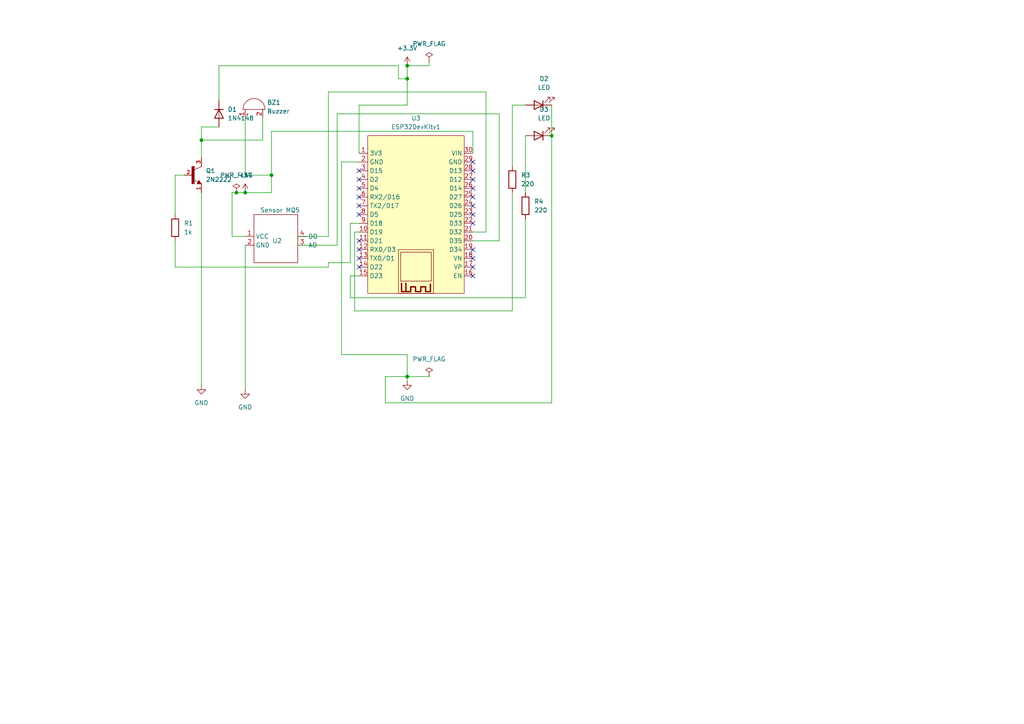
<source format=kicad_sch>
(kicad_sch (version 20250114) (generator "eeschema") (generator_version "9.0")
  (paper "A4")
  (lib_symbols
    (symbol "2N2222:2N2222" (pin_names (offset 1.016))
      (property "Reference" "Q" (at -10.16 7.62 0))
      (property "Value" "2N2222" (at -10.16 -7.62 0))
      (symbol "2N2222_0_0"
        (rectangle (start -0.254 -2.54) (end 0.508 2.54) (stroke (width 0.1)) (fill (type outline)))
        (polyline (pts (xy 1.27 -2.54) (xy 1.778 -1.524)) (stroke (width 0.1524)))
        (polyline (pts (xy 1.524 -2.286) (xy 1.905 -2.286)) (stroke (width 0.254)))
        (polyline (pts (xy 1.524 -2.413) (xy 2.286 -2.413)) (stroke (width 0.254)))
        (polyline (pts (xy 1.54 -2.04) (xy 0.308 -1.424)) (stroke (width 0.1524)))
        (polyline (pts (xy 1.778 -1.524) (xy 2.54 -2.54)) (stroke (width 0.1524)))
        (polyline (pts (xy 1.778 -1.778) (xy 1.524 -2.286)) (stroke (width 0.254)))
        (polyline (pts (xy 1.905 -2.286) (xy 1.778 -2.032)) (stroke (width 0.254)))
        (polyline (pts (xy 2.286 -2.413) (xy 1.778 -1.778)) (stroke (width 0.254)))
        (polyline (pts (xy 2.54 2.54) (xy 0.508 1.524)) (stroke (width 0.1524)))
        (polyline (pts (xy 2.54 -2.54) (xy 1.27 -2.54)) (stroke (width 0.1524)))
        (pin passive line (at -2.54 0 0) (length 2.54) (name "~") (number "2"))
        (pin passive line (at 2.54 5.08 270) (length 2.54) (name "~") (number "3"))
        (pin passive line (at 2.54 -5.08 90) (length 2.54) (name "~") (number "1"))
      )
    )
    (symbol "Device:Buzzer" (pin_names (offset 0.0254) (hide yes))
      (property "Reference" "BZ" (at 3.81 1.27 0))
      (property "Value" "Buzzer" (at 3.81 -1.27 0))
      (symbol "Buzzer_0_1"
        (polyline (pts (xy -1.651 1.905) (xy -1.143 1.905)))
        (polyline (pts (xy -1.397 2.159) (xy -1.397 1.651)))
        (arc (start 0 3.175) (mid 3.1612 0) (end 0 -3.175))
        (polyline (pts (xy 0 3.175) (xy 0 -3.175)))
      )
      (symbol "Buzzer_1_1"
        (pin passive line (at -2.54 2.54 0) (length 2.54) (name "+") (number "1"))
        (pin passive line (at -2.54 -2.54 0) (length 2.54) (name "-") (number "2"))
      )
    )
    (symbol "Device:LED" (pin_numbers (hide yes)) (pin_names (offset 1.016) (hide yes))
      (property "Reference" "D" (at 0 2.54 0))
      (property "Value" "LED" (at 0 -2.54 0))
      (symbol "LED_0_1"
        (polyline (pts (xy -3.048 -0.762) (xy -4.572 -2.286) (xy -3.81 -2.286) (xy -4.572 -2.286) (xy -4.572 -1.524)))
        (polyline (pts (xy -1.778 -0.762) (xy -3.302 -2.286) (xy -2.54 -2.286) (xy -3.302 -2.286) (xy -3.302 -1.524)))
        (polyline (pts (xy -1.27 0) (xy 1.27 0)))
        (polyline (pts (xy -1.27 -1.27) (xy -1.27 1.27)) (stroke (width 0.254)))
        (polyline (pts (xy 1.27 -1.27) (xy 1.27 1.27) (xy -1.27 0) (xy 1.27 -1.27)) (stroke (width 0.254)))
      )
      (symbol "LED_1_1"
        (pin passive line (at -3.81 0 0) (length 2.54) (name "K") (number "1"))
        (pin passive line (at 3.81 0 180) (length 2.54) (name "A") (number "2"))
      )
    )
    (symbol "Device:R" (pin_numbers (hide yes)) (pin_names (offset 0))
      (property "Reference" "R" (at 2.032 0 90))
      (property "Value" "R" (at 0 0 90))
      (symbol "R_0_1"
        (rectangle (start -1.016 -2.54) (end 1.016 2.54) (stroke (width 0.254)))
      )
      (symbol "R_1_1"
        (pin passive line (at 0 3.81 270) (length 1.27) (name "~") (number "1"))
        (pin passive line (at 0 -3.81 90) (length 1.27) (name "~") (number "2"))
      )
    )
    (symbol "Diode:1N4148" (pin_numbers (hide yes)) (pin_names (hide yes))
      (property "Reference" "D" (at 0 2.54 0))
      (property "Value" "1N4148" (at 0 -2.54 0))
      (symbol "1N4148_0_1"
        (polyline (pts (xy -1.27 1.27) (xy -1.27 -1.27)) (stroke (width 0.254)))
        (polyline (pts (xy 1.27 1.27) (xy 1.27 -1.27) (xy -1.27 0) (xy 1.27 1.27)) (stroke (width 0.254)))
        (polyline (pts (xy 1.27 0) (xy -1.27 0)))
      )
      (symbol "1N4148_1_1"
        (pin passive line (at -3.81 0 0) (length 2.54) (name "K") (number "1"))
        (pin passive line (at 3.81 0 180) (length 2.54) (name "A") (number "2"))
      )
    )
    (symbol "MCE_Modulos:ESP32DevKitv1"
      (property "Reference" "U" (at -12.7 24.13 0))
      (property "Value" "ESP32DevKitv1" (at 0 -24.13 0))
      (symbol "ESP32DevKitv1_0_1"
        (polyline (pts (xy -5.08 -10.16) (xy 5.08 -10.16) (xy 5.08 -22.86) (xy -5.08 -22.86) (xy -5.08 -10.16)))
        (polyline (pts (xy -4.445 -10.922) (xy 4.445 -10.922) (xy 4.445 -19.304) (xy -4.445 -19.304) (xy -4.445 -10.922)))
      )
      (symbol "ESP32DevKitv1_1_1"
        (rectangle (start -13.97 22.86) (end 13.97 -22.86) (fill (type background)))
        (polyline (pts (xy -4.191 -19.939) (xy -4.191 -22.352) (xy -1.524 -22.352) (xy -1.524 -20.955) (xy -0.127 -20.955) (xy -0.127 -22.352) (xy 1.397 -22.352) (xy 1.397 -20.955) (xy 2.794 -20.955) (xy 2.794 -22.352) (xy 4.191 -22.352) (xy 4.191 -20.193)) (stroke (width 0.4)))
        (polyline (pts (xy -2.921 -19.939) (xy -2.921 -22.352)) (stroke (width 0.4)))
        (pin power_in line (at -16.51 17.78 0) (length 2.54) (name "3V3") (number "1"))
        (pin power_in line (at -16.51 15.24 0) (length 2.54) (name "GND") (number "2"))
        (pin bidirectional line (at -16.51 12.7 0) (length 2.54) (name "D15") (number "3"))
        (pin bidirectional line (at -16.51 10.16 0) (length 2.54) (name "D2") (number "4"))
        (pin bidirectional line (at -16.51 7.62 0) (length 2.54) (name "D4") (number "5"))
        (pin bidirectional line (at -16.51 5.08 0) (length 2.54) (name "RX2/D16") (number "6"))
        (pin bidirectional line (at -16.51 2.54 0) (length 2.54) (name "TX2/D17") (number "7"))
        (pin bidirectional line (at -16.51 0 0) (length 2.54) (name "D5") (number "8"))
        (pin bidirectional line (at -16.51 -2.54 0) (length 2.54) (name "D18") (number "9"))
        (pin bidirectional line (at -16.51 -5.08 0) (length 2.54) (name "D19") (number "10"))
        (pin bidirectional line (at -16.51 -7.62 0) (length 2.54) (name "D21") (number "11"))
        (pin bidirectional line (at -16.51 -10.16 0) (length 2.54) (name "RX0/D3") (number "12"))
        (pin bidirectional line (at -16.51 -12.7 0) (length 2.54) (name "TX0/D1") (number "13"))
        (pin bidirectional line (at -16.51 -15.24 0) (length 2.54) (name "D22") (number "14"))
        (pin bidirectional line (at -16.51 -17.78 0) (length 2.54) (name "D23") (number "15"))
        (pin power_in line (at 16.51 17.78 180) (length 2.54) (name "VIN") (number "30"))
        (pin power_in line (at 16.51 15.24 180) (length 2.54) (name "GND") (number "29"))
        (pin bidirectional line (at 16.51 12.7 180) (length 2.54) (name "D13") (number "28"))
        (pin bidirectional line (at 16.51 10.16 180) (length 2.54) (name "D12") (number "27"))
        (pin bidirectional line (at 16.51 7.62 180) (length 2.54) (name "D14") (number "26"))
        (pin bidirectional line (at 16.51 5.08 180) (length 2.54) (name "D27") (number "25"))
        (pin bidirectional line (at 16.51 2.54 180) (length 2.54) (name "D26") (number "24"))
        (pin bidirectional line (at 16.51 0 180) (length 2.54) (name "D25") (number "23"))
        (pin bidirectional line (at 16.51 -2.54 180) (length 2.54) (name "D33") (number "22"))
        (pin bidirectional line (at 16.51 -5.08 180) (length 2.54) (name "D32") (number "21"))
        (pin bidirectional line (at 16.51 -7.62 180) (length 2.54) (name "D35") (number "20"))
        (pin bidirectional line (at 16.51 -10.16 180) (length 2.54) (name "D34") (number "19"))
        (pin input line (at 16.51 -12.7 180) (length 2.54) (name "VN") (number "18"))
        (pin input line (at 16.51 -15.24 180) (length 2.54) (name "VP") (number "17"))
        (pin input line (at 16.51 -17.78 180) (length 2.54) (name "EN") (number "16"))
      )
    )
    (symbol "MQ_Sensors:MQ-2_Module"
      (property "Reference" "U" (at 0 0 0))
      (property "Value" "Sensor MQ2" (at 0.254 8.89 0))
      (symbol "MQ-2_Module_0_1"
        (rectangle (start -6.35 7.62) (end 6.35 -6.35))
      )
      (symbol "MQ-2_Module_1_1"
        (pin power_in line (at -8.89 1.27 0) (length 2.54) (name "VCC") (number "1"))
        (pin power_in line (at -8.89 -1.27 0) (length 2.54) (name "GND") (number "2"))
        (pin output line (at 6.35 1.27 0) (length 2.54) (name "DO") (number "4"))
        (pin output line (at 6.35 -1.27 0) (length 2.54) (name "AO") (number "3"))
      )
    )
    (symbol "power:+3.3V" (power) (pin_numbers (hide yes)) (pin_names (offset 0) (hide yes))
      (property "Value" "+3.3V" (at 0 3.556 0))
      (symbol "+3.3V_0_1"
        (polyline (pts (xy -0.762 1.27) (xy 0 2.54)))
        (polyline (pts (xy 0 2.54) (xy 0.762 1.27)))
        (polyline (pts (xy 0 0) (xy 0 2.54)))
      )
      (symbol "+3.3V_1_1"
        (pin power_in line (at 0 0 90) (length 0) (name "~") (number "1"))
      )
    )
    (symbol "power:+5V" (power) (pin_numbers (hide yes)) (pin_names (offset 0) (hide yes))
      (property "Value" "+5V" (at 0 3.556 0))
      (symbol "+5V_0_1"
        (polyline (pts (xy -0.762 1.27) (xy 0 2.54)))
        (polyline (pts (xy 0 2.54) (xy 0.762 1.27)))
        (polyline (pts (xy 0 0) (xy 0 2.54)))
      )
      (symbol "+5V_1_1"
        (pin power_in line (at 0 0 90) (length 0) (name "~") (number "1"))
      )
    )
    (symbol "power:GND" (power) (pin_numbers (hide yes)) (pin_names (offset 0) (hide yes))
      (property "Value" "GND" (at 0 -3.81 0))
      (symbol "GND_0_1"
        (polyline (pts (xy 0 0) (xy 0 -1.27) (xy 1.27 -1.27) (xy 0 -2.54) (xy -1.27 -1.27) (xy 0 -1.27)))
      )
      (symbol "GND_1_1"
        (pin power_in line (at 0 0 270) (length 0) (name "~") (number "1"))
      )
    )
    (symbol "power:PWR_FLAG" (power) (pin_numbers (hide yes)) (pin_names (offset 0) (hide yes))
      (property "Value" "PWR_FLAG" (at 0 3.81 0))
      (symbol "PWR_FLAG_0_0"
        (pin power_out line (at 0 0 90) (length 0) (name "~") (number "1"))
      )
      (symbol "PWR_FLAG_0_1"
        (polyline (pts (xy 0 0) (xy 0 1.27) (xy -1.016 1.905) (xy 0 2.54) (xy 1.016 1.905) (xy 0 1.27)))
      )
    )
  )
  (junction (at 71.12 55.88))
  (junction (at 118.11 109.22))
  (junction (at 118.11 19.05))
  (junction (at 78.74 50.8))
  (junction (at 68.58 55.88))
  (junction (at 118.11 22.86))
  (junction (at 58.42 40.64))
  (junction (at 160.02 39.37))
  (no_connect (at 137.16 46.99))
  (no_connect (at 104.14 59.69))
  (no_connect (at 137.16 64.77))
  (no_connect (at 104.14 74.93))
  (no_connect (at 104.14 52.07))
  (no_connect (at 137.16 59.69))
  (no_connect (at 104.14 54.61))
  (no_connect (at 137.16 80.01))
  (no_connect (at 137.16 62.23))
  (no_connect (at 137.16 72.39))
  (no_connect (at 104.14 72.39))
  (no_connect (at 104.14 49.53))
  (no_connect (at 137.16 49.53))
  (no_connect (at 137.16 52.07))
  (no_connect (at 137.16 54.61))
  (no_connect (at 104.14 69.85))
  (no_connect (at 137.16 74.93))
  (no_connect (at 137.16 57.15))
  (no_connect (at 104.14 57.15))
  (no_connect (at 137.16 77.47))
  (no_connect (at 104.14 77.47))
  (no_connect (at 104.14 62.23))
  (wire (pts (xy 118.11 22.86) (xy 118.11 30.48)))
  (wire (pts (xy 118.11 19.05) (xy 118.11 22.86)))
  (wire (pts (xy 148.59 90.17) (xy 102.87 90.17)))
  (wire (pts (xy 58.42 55.88) (xy 58.42 111.76)))
  (wire (pts (xy 101.6 86.36) (xy 101.6 80.01)))
  (wire (pts (xy 152.4 63.5) (xy 152.4 86.36)))
  (wire (pts (xy 118.11 102.87) (xy 118.11 109.22)))
  (wire (pts (xy 104.14 64.77) (xy 101.6 64.77)))
  (wire (pts (xy 148.59 30.48) (xy 148.59 48.26)))
  (wire (pts (xy 102.87 90.17) (xy 102.87 67.31)))
  (wire (pts (xy 86.36 71.12) (xy 97.79 71.12)))
  (wire (pts (xy 78.74 38.1) (xy 78.74 50.8)))
  (wire (pts (xy 95.25 26.67) (xy 140.97 26.67)))
  (wire (pts (xy 95.25 77.47) (xy 50.8 77.47)))
  (wire (pts (xy 104.14 44.45) (xy 104.14 30.48)))
  (wire (pts (xy 144.78 33.02) (xy 97.79 33.02)))
  (wire (pts (xy 99.06 102.87) (xy 118.11 102.87)))
  (wire (pts (xy 97.79 33.02) (xy 97.79 71.12)))
  (wire (pts (xy 160.02 116.84) (xy 111.76 116.84)))
  (wire (pts (xy 86.36 68.58) (xy 95.25 68.58)))
  (wire (pts (xy 137.16 38.1) (xy 78.74 38.1)))
  (wire (pts (xy 152.4 39.37) (xy 152.4 55.88)))
  (wire (pts (xy 124.46 17.78) (xy 124.46 19.05)))
  (wire (pts (xy 58.42 36.83) (xy 63.5 36.83)))
  (wire (pts (xy 148.59 30.48) (xy 152.4 30.48)))
  (wire (pts (xy 160.02 30.48) (xy 160.02 39.37)))
  (wire (pts (xy 78.74 55.88) (xy 71.12 55.88)))
  (wire (pts (xy 95.25 68.58) (xy 95.25 26.67)))
  (wire (pts (xy 152.4 86.36) (xy 101.6 86.36)))
  (wire (pts (xy 140.97 26.67) (xy 140.97 67.31)))
  (wire (pts (xy 67.31 68.58) (xy 67.31 55.88)))
  (wire (pts (xy 58.42 40.64) (xy 58.42 45.72)))
  (wire (pts (xy 63.5 19.05) (xy 115.57 19.05)))
  (wire (pts (xy 67.31 55.88) (xy 68.58 55.88)))
  (wire (pts (xy 111.76 109.22) (xy 118.11 109.22)))
  (wire (pts (xy 137.16 67.31) (xy 140.97 67.31)))
  (wire (pts (xy 118.11 109.22) (xy 118.11 110.49)))
  (wire (pts (xy 115.57 22.86) (xy 118.11 22.86)))
  (wire (pts (xy 124.46 109.22) (xy 118.11 109.22)))
  (wire (pts (xy 137.16 44.45) (xy 137.16 38.1)))
  (wire (pts (xy 99.06 46.99) (xy 99.06 102.87)))
  (wire (pts (xy 115.57 19.05) (xy 115.57 22.86)))
  (wire (pts (xy 71.12 50.8) (xy 78.74 50.8)))
  (wire (pts (xy 101.6 76.2) (xy 95.25 76.2)))
  (wire (pts (xy 160.02 39.37) (xy 160.02 116.84)))
  (wire (pts (xy 104.14 46.99) (xy 99.06 46.99)))
  (wire (pts (xy 71.12 34.29) (xy 71.12 50.8)))
  (wire (pts (xy 71.12 68.58) (xy 67.31 68.58)))
  (wire (pts (xy 63.5 19.05) (xy 63.5 29.21)))
  (wire (pts (xy 144.78 33.02) (xy 144.78 69.85)))
  (wire (pts (xy 50.8 77.47) (xy 50.8 69.85)))
  (wire (pts (xy 58.42 40.64) (xy 76.2 40.64)))
  (wire (pts (xy 101.6 80.01) (xy 104.14 80.01)))
  (wire (pts (xy 78.74 50.8) (xy 78.74 55.88)))
  (wire (pts (xy 71.12 71.12) (xy 71.12 113.03)))
  (wire (pts (xy 50.8 50.8) (xy 53.34 50.8)))
  (wire (pts (xy 104.14 30.48) (xy 118.11 30.48)))
  (wire (pts (xy 137.16 69.85) (xy 144.78 69.85)))
  (wire (pts (xy 124.46 19.05) (xy 118.11 19.05)))
  (wire (pts (xy 111.76 116.84) (xy 111.76 109.22)))
  (wire (pts (xy 101.6 64.77) (xy 101.6 76.2)))
  (wire (pts (xy 148.59 55.88) (xy 148.59 90.17)))
  (wire (pts (xy 102.87 67.31) (xy 104.14 67.31)))
  (wire (pts (xy 50.8 50.8) (xy 50.8 62.23)))
  (wire (pts (xy 68.58 55.88) (xy 71.12 55.88)))
  (wire (pts (xy 58.42 36.83) (xy 58.42 40.64)))
  (wire (pts (xy 76.2 34.29) (xy 76.2 40.64)))
  (wire (pts (xy 95.25 76.2) (xy 95.25 77.47)))
  (symbol (lib_id "Device:LED") (at 156.21 39.37 180) (unit 1)
    (property "Reference" "D3" (at 157.7975 31.75 0))
    (property "Value" "LED" (at 157.7975 34.29 0))
    (property "Footprint" "LED_THT:LED_D3.0mm" (effects (hide yes)))
    (property "Description" "Light emitting diode" (effects (hide yes)))
    (property "Sim.Pins" "1=K 2=A" (effects (hide yes)))
  )
  (symbol (lib_id "power:GND") (at 118.11 110.49 0) (unit 1)
    (property "Reference" "#PWR02" (effects (hide yes)))
    (property "Value" "GND" (at 118.11 115.57 0))
    (property "Description" "Power symbol creates a global label with name \"GND\" , ground" (effects (hide yes)))
  )
  (symbol (lib_id "Device:LED") (at 156.21 30.48 180) (unit 1)
    (property "Reference" "D2" (at 157.7975 22.86 0))
    (property "Value" "LED" (at 157.7975 25.4 0))
    (property "Footprint" "LED_THT:LED_D3.0mm" (effects (hide yes)))
    (property "Description" "Light emitting diode" (effects (hide yes)))
    (property "Sim.Pins" "1=K 2=A" (effects (hide yes)))
  )
  (symbol (lib_id "power:GND") (at 71.12 113.03 0) (unit 1)
    (property "Reference" "#PWR03" (effects (hide yes)))
    (property "Value" "GND" (at 71.12 118.11 0))
    (property "Description" "Power symbol creates a global label with name \"GND\" , ground" (effects (hide yes)))
  )
  (symbol (lib_id "MCE_Modulos:ESP32DevKitv1") (at 120.65 62.23 0) (unit 1)
    (property "Reference" "U3" (at 120.65 34.29 0))
    (property "Value" "ESP32DevKitv1" (at 120.65 36.83 0))
    (property "Footprint" "MCE_Modulos:ESP32DevKitv1" (effects (hide yes)))
    (property "Description" "ESP32 DevKit v1" (effects (hide yes)))
  )
  (symbol (lib_id "power:+5V") (at 71.12 55.88 0) (unit 1)
    (property "Reference" "#PWR05" (effects (hide yes)))
    (property "Value" "+5V" (at 71.12 50.8 0))
    (property "Description" "Power symbol creates a global label with name \"+5V\"" (effects (hide yes)))
  )
  (symbol (lib_id "MQ_Sensors:MQ-2_Module") (at 80.01 69.85 0) (unit 1)
    (property "Reference" "U2" (at 78.994 69.85 0) (effects (justify left)))
    (property "Value" "Sensor MQ5" (at 75.438 60.96 0) (effects (justify left)))
    (property "Footprint" "Sensor_MQ5:MQ5" (effects (hide yes)))
  )
  (symbol (lib_id "Device:R") (at 148.59 52.07 180) (unit 1)
    (property "Reference" "R3" (at 151.13 50.7999 0) (effects (justify right)))
    (property "Value" "220" (at 151.13 53.3399 0) (effects (justify right)))
    (property "Footprint" "Resistor_THT:R_Axial_DIN0207_L6.3mm_D2.5mm_P7.62mm_Horizontal" (effects (hide yes)))
    (property "Description" "Resistor" (effects (hide yes)))
  )
  (symbol (lib_id "Diode:1N4148") (at 63.5 33.02 270) (unit 1)
    (property "Reference" "D1" (at 66.04 31.7499 90) (effects (justify left)))
    (property "Value" "1N4148" (at 66.04 34.2899 90) (effects (justify left)))
    (property "Footprint" "Diode_THT:D_DO-35_SOD27_P7.62mm_Horizontal" (effects (hide yes)))
    (property "Datasheet" "https://assets.nexperia.com/documents/data-sheet/1N4148_1N4448.pdf" (effects (hide yes)))
    (property "Description" "100V 0.15A standard switching diode, DO-35" (effects (hide yes)))
    (property "Sim.Device" "D" (effects (hide yes)))
    (property "Sim.Pins" "1=K 2=A" (effects (hide yes)))
  )
  (symbol (lib_id "power:GND") (at 58.42 111.76 0) (unit 1)
    (property "Reference" "#PWR04" (effects (hide yes)))
    (property "Value" "GND" (at 58.42 116.84 0))
    (property "Description" "Power symbol creates a global label with name \"GND\" , ground" (effects (hide yes)))
  )
  (symbol (lib_id "power:PWR_FLAG") (at 68.58 55.88 0) (unit 1)
    (property "Reference" "#FLG03" (effects (hide yes)))
    (property "Value" "PWR_FLAG" (at 68.58 50.8 0))
    (property "Description" "Special symbol for telling ERC where power comes from" (effects (hide yes)))
  )
  (symbol (lib_id "power:+3.3V") (at 118.11 19.05 0) (unit 1)
    (property "Reference" "#PWR01" (effects (hide yes)))
    (property "Value" "+3.3V" (at 118.11 13.97 0))
    (property "Description" "Power symbol creates a global label with name \"+3.3V\"" (effects (hide yes)))
  )
  (symbol (lib_id "Device:R") (at 50.8 66.04 0) (unit 1)
    (property "Reference" "R1" (at 53.34 64.7699 0) (effects (justify left)))
    (property "Value" "1k" (at 53.34 67.3099 0) (effects (justify left)))
    (property "Footprint" "Resistor_THT:R_Axial_DIN0207_L6.3mm_D2.5mm_P7.62mm_Horizontal" (effects (hide yes)))
    (property "Description" "Resistor" (effects (hide yes)))
  )
  (symbol (lib_id "power:PWR_FLAG") (at 124.46 17.78 0) (unit 1)
    (property "Reference" "#FLG01" (effects (hide yes)))
    (property "Value" "PWR_FLAG" (at 124.46 12.7 0))
    (property "Description" "Special symbol for telling ERC where power comes from" (effects (hide yes)))
  )
  (symbol (lib_id "2N2222:2N2222") (at 55.88 50.8 0) (unit 1)
    (property "Reference" "Q1" (at 59.69 49.5299 0) (effects (justify left)))
    (property "Value" "2N2222" (at 59.69 52.0699 0) (effects (justify left)))
    (property "Footprint" "2N2222:TO127P584H533-3" (effects (hide yes)))
    (property "MF" "ON Semiconductor" (effects (hide yes)))
    (property "MAXIMUM_PACKAGE_HEIGHT" "5.33 mm" (effects (hide yes)))
    (property "Package" "None" (effects (hide yes)))
    (property "Price" "None" (effects (hide yes)))
    (property "Check_prices" "https://www.snapeda.com/parts/2N2222/Onsemi/view-part/?ref=eda" (effects (hide yes)))
    (property "STANDARD" "IPC 7351B" (effects (hide yes)))
    (property "PARTREV" "R2" (effects (hide yes)))
    (property "SnapEDA_Link" "https://www.snapeda.com/parts/2N2222/Onsemi/view-part/?ref=snap" (effects (hide yes)))
    (property "MP" "2N2222" (effects (hide yes)))
    (property "Description_1" "Bipolar (BJT) Transistor NPN 50V 800mA  300mW Surface Mount Ceramic SMD" (effects (hide yes)))
    (property "Availability" "In Stock" (effects (hide yes)))
    (property "MANUFACTURER" "Micross" (effects (hide yes)))
  )
  (symbol (lib_id "Device:Buzzer") (at 73.66 31.75 90) (unit 1)
    (property "Reference" "BZ1" (at 77.47 29.7248 90) (effects (justify right)))
    (property "Value" "Buzzer" (at 77.47 32.2648 90) (effects (justify right)))
    (property "Footprint" "Buzzer_Beeper:Buzzer_12x9.5RM7.6" (effects (hide yes)))
    (property "Description" "Buzzer, polarized" (effects (hide yes)))
  )
  (symbol (lib_id "Device:R") (at 152.4 59.69 180) (unit 1)
    (property "Reference" "R4" (at 154.94 58.4199 0) (effects (justify right)))
    (property "Value" "220" (at 154.94 60.9599 0) (effects (justify right)))
    (property "Footprint" "Resistor_THT:R_Axial_DIN0207_L6.3mm_D2.5mm_P7.62mm_Horizontal" (effects (hide yes)))
    (property "Description" "Resistor" (effects (hide yes)))
  )
  (symbol (lib_id "power:PWR_FLAG") (at 124.46 109.22 0) (unit 1)
    (property "Reference" "#FLG02" (effects (hide yes)))
    (property "Value" "PWR_FLAG" (at 124.46 104.14 0))
    (property "Description" "Special symbol for telling ERC where power comes from" (effects (hide yes)))
  )
)
</source>
